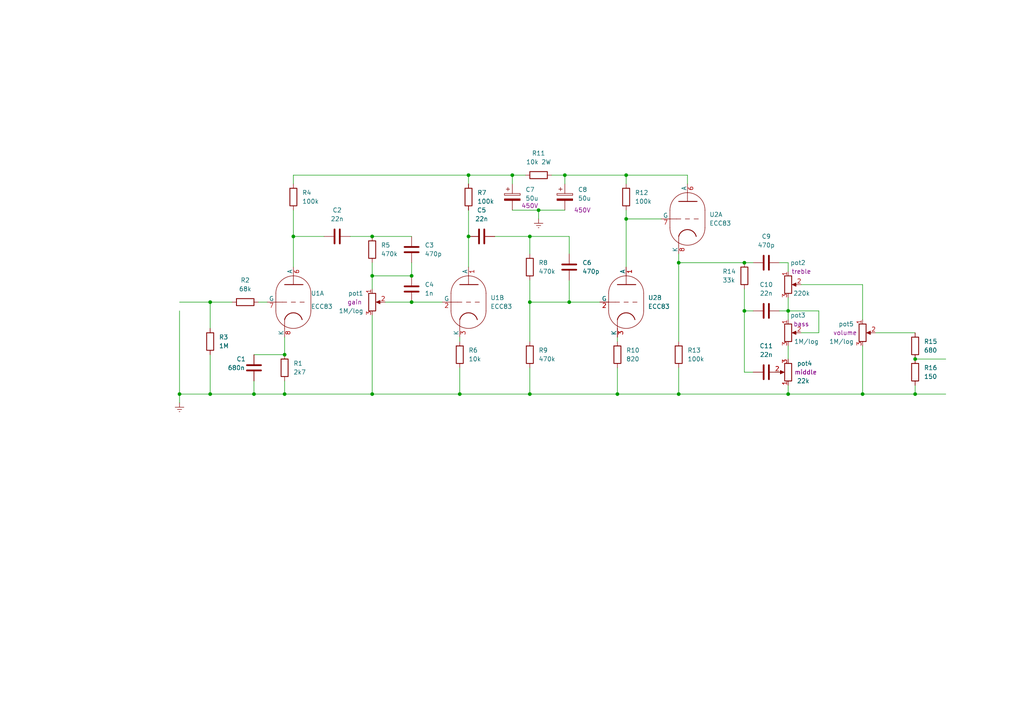
<source format=kicad_sch>
(kicad_sch (version 20230121) (generator eeschema)

  (uuid 21027d01-fb20-4a14-a080-b749e1033794)

  (paper "A4")

  (lib_symbols
    (symbol "Device:C" (pin_numbers hide) (pin_names (offset 0.254)) (in_bom yes) (on_board yes)
      (property "Reference" "C" (at 0.635 2.54 0)
        (effects (font (size 1.27 1.27)) (justify left))
      )
      (property "Value" "C" (at 0.635 -2.54 0)
        (effects (font (size 1.27 1.27)) (justify left))
      )
      (property "Footprint" "" (at 0.9652 -3.81 0)
        (effects (font (size 1.27 1.27)) hide)
      )
      (property "Datasheet" "~" (at 0 0 0)
        (effects (font (size 1.27 1.27)) hide)
      )
      (property "ki_keywords" "cap capacitor" (at 0 0 0)
        (effects (font (size 1.27 1.27)) hide)
      )
      (property "ki_description" "Unpolarized capacitor" (at 0 0 0)
        (effects (font (size 1.27 1.27)) hide)
      )
      (property "ki_fp_filters" "C_*" (at 0 0 0)
        (effects (font (size 1.27 1.27)) hide)
      )
      (symbol "C_0_1"
        (polyline
          (pts
            (xy -2.032 -0.762)
            (xy 2.032 -0.762)
          )
          (stroke (width 0.508) (type default))
          (fill (type none))
        )
        (polyline
          (pts
            (xy -2.032 0.762)
            (xy 2.032 0.762)
          )
          (stroke (width 0.508) (type default))
          (fill (type none))
        )
      )
      (symbol "C_1_1"
        (pin passive line (at 0 3.81 270) (length 2.794)
          (name "~" (effects (font (size 1.27 1.27))))
          (number "1" (effects (font (size 1.27 1.27))))
        )
        (pin passive line (at 0 -3.81 90) (length 2.794)
          (name "~" (effects (font (size 1.27 1.27))))
          (number "2" (effects (font (size 1.27 1.27))))
        )
      )
    )
    (symbol "Device:C_Polarized" (pin_numbers hide) (pin_names (offset 0.254)) (in_bom yes) (on_board yes)
      (property "Reference" "C" (at 0.635 2.54 0)
        (effects (font (size 1.27 1.27)) (justify left))
      )
      (property "Value" "C_Polarized" (at 0.635 -2.54 0)
        (effects (font (size 1.27 1.27)) (justify left))
      )
      (property "Footprint" "" (at 0.9652 -3.81 0)
        (effects (font (size 1.27 1.27)) hide)
      )
      (property "Datasheet" "~" (at 0 0 0)
        (effects (font (size 1.27 1.27)) hide)
      )
      (property "ki_keywords" "cap capacitor" (at 0 0 0)
        (effects (font (size 1.27 1.27)) hide)
      )
      (property "ki_description" "Polarized capacitor" (at 0 0 0)
        (effects (font (size 1.27 1.27)) hide)
      )
      (property "ki_fp_filters" "CP_*" (at 0 0 0)
        (effects (font (size 1.27 1.27)) hide)
      )
      (symbol "C_Polarized_0_1"
        (rectangle (start -2.286 0.508) (end 2.286 1.016)
          (stroke (width 0) (type default))
          (fill (type none))
        )
        (polyline
          (pts
            (xy -1.778 2.286)
            (xy -0.762 2.286)
          )
          (stroke (width 0) (type default))
          (fill (type none))
        )
        (polyline
          (pts
            (xy -1.27 2.794)
            (xy -1.27 1.778)
          )
          (stroke (width 0) (type default))
          (fill (type none))
        )
        (rectangle (start 2.286 -0.508) (end -2.286 -1.016)
          (stroke (width 0) (type default))
          (fill (type outline))
        )
      )
      (symbol "C_Polarized_1_1"
        (pin passive line (at 0 3.81 270) (length 2.794)
          (name "~" (effects (font (size 1.27 1.27))))
          (number "1" (effects (font (size 1.27 1.27))))
        )
        (pin passive line (at 0 -3.81 90) (length 2.794)
          (name "~" (effects (font (size 1.27 1.27))))
          (number "2" (effects (font (size 1.27 1.27))))
        )
      )
    )
    (symbol "Device:R" (pin_numbers hide) (pin_names (offset 0)) (in_bom yes) (on_board yes)
      (property "Reference" "R" (at 2.032 0 90)
        (effects (font (size 1.27 1.27)))
      )
      (property "Value" "R" (at 0 0 90)
        (effects (font (size 1.27 1.27)))
      )
      (property "Footprint" "" (at -1.778 0 90)
        (effects (font (size 1.27 1.27)) hide)
      )
      (property "Datasheet" "~" (at 0 0 0)
        (effects (font (size 1.27 1.27)) hide)
      )
      (property "ki_keywords" "R res resistor" (at 0 0 0)
        (effects (font (size 1.27 1.27)) hide)
      )
      (property "ki_description" "Resistor" (at 0 0 0)
        (effects (font (size 1.27 1.27)) hide)
      )
      (property "ki_fp_filters" "R_*" (at 0 0 0)
        (effects (font (size 1.27 1.27)) hide)
      )
      (symbol "R_0_1"
        (rectangle (start -1.016 -2.54) (end 1.016 2.54)
          (stroke (width 0.254) (type default))
          (fill (type none))
        )
      )
      (symbol "R_1_1"
        (pin passive line (at 0 3.81 270) (length 1.27)
          (name "~" (effects (font (size 1.27 1.27))))
          (number "1" (effects (font (size 1.27 1.27))))
        )
        (pin passive line (at 0 -3.81 90) (length 1.27)
          (name "~" (effects (font (size 1.27 1.27))))
          (number "2" (effects (font (size 1.27 1.27))))
        )
      )
    )
    (symbol "Device:R_Potentiometer" (pin_names (offset 1.016) hide) (in_bom yes) (on_board yes)
      (property "Reference" "RV" (at -4.445 0 90)
        (effects (font (size 1.27 1.27)))
      )
      (property "Value" "R_Potentiometer" (at -2.54 0 90)
        (effects (font (size 1.27 1.27)))
      )
      (property "Footprint" "" (at 0 0 0)
        (effects (font (size 1.27 1.27)) hide)
      )
      (property "Datasheet" "~" (at 0 0 0)
        (effects (font (size 1.27 1.27)) hide)
      )
      (property "ki_keywords" "resistor variable" (at 0 0 0)
        (effects (font (size 1.27 1.27)) hide)
      )
      (property "ki_description" "Potentiometer" (at 0 0 0)
        (effects (font (size 1.27 1.27)) hide)
      )
      (property "ki_fp_filters" "Potentiometer*" (at 0 0 0)
        (effects (font (size 1.27 1.27)) hide)
      )
      (symbol "R_Potentiometer_0_1"
        (polyline
          (pts
            (xy 2.54 0)
            (xy 1.524 0)
          )
          (stroke (width 0) (type default))
          (fill (type none))
        )
        (polyline
          (pts
            (xy 1.143 0)
            (xy 2.286 0.508)
            (xy 2.286 -0.508)
            (xy 1.143 0)
          )
          (stroke (width 0) (type default))
          (fill (type outline))
        )
        (rectangle (start 1.016 2.54) (end -1.016 -2.54)
          (stroke (width 0.254) (type default))
          (fill (type none))
        )
      )
      (symbol "R_Potentiometer_1_1"
        (pin passive line (at 0 3.81 270) (length 1.27)
          (name "1" (effects (font (size 1.27 1.27))))
          (number "1" (effects (font (size 1.27 1.27))))
        )
        (pin passive line (at 3.81 0 180) (length 1.27)
          (name "2" (effects (font (size 1.27 1.27))))
          (number "2" (effects (font (size 1.27 1.27))))
        )
        (pin passive line (at 0 -3.81 90) (length 1.27)
          (name "3" (effects (font (size 1.27 1.27))))
          (number "3" (effects (font (size 1.27 1.27))))
        )
      )
    )
    (symbol "Valve:ECC83" (pin_names (offset 0)) (in_bom yes) (on_board yes)
      (property "Reference" "U" (at 3.302 7.874 0)
        (effects (font (size 1.27 1.27)))
      )
      (property "Value" "ECC83" (at 8.89 -7.62 0)
        (effects (font (size 1.27 1.27)))
      )
      (property "Footprint" "Valve:Valve_Noval_P" (at 6.858 -10.16 0)
        (effects (font (size 1.27 1.27)) hide)
      )
      (property "Datasheet" "http://www.r-type.org/pdfs/ecc83.pdf" (at 0 0 0)
        (effects (font (size 1.27 1.27)) hide)
      )
      (property "ki_locked" "" (at 0 0 0)
        (effects (font (size 1.27 1.27)))
      )
      (property "ki_keywords" "triode valve" (at 0 0 0)
        (effects (font (size 1.27 1.27)) hide)
      )
      (property "ki_description" "double triode" (at 0 0 0)
        (effects (font (size 1.27 1.27)) hide)
      )
      (property "ki_fp_filters" "VALVE*NOVAL*P*" (at 0 0 0)
        (effects (font (size 1.27 1.27)) hide)
      )
      (symbol "ECC83_0_1"
        (arc (start -5.08 -2.54) (mid 0 -7.5979) (end 5.08 -2.54)
          (stroke (width 0) (type default))
          (fill (type none))
        )
        (polyline
          (pts
            (xy 5.08 2.54)
            (xy 5.08 -2.54)
          )
          (stroke (width 0) (type default))
          (fill (type none))
        )
        (polyline
          (pts
            (xy -5.08 2.54)
            (xy -5.08 -2.54)
            (xy -5.08 -2.54)
          )
          (stroke (width 0) (type default))
          (fill (type none))
        )
        (arc (start 5.08 2.54) (mid 0 7.5979) (end -5.08 2.54)
          (stroke (width 0) (type default))
          (fill (type none))
        )
      )
      (symbol "ECC83_1_0"
        (polyline
          (pts
            (xy -2.54 -5.08)
            (xy -2.54 -7.62)
          )
          (stroke (width 0) (type default))
          (fill (type none))
        )
        (polyline
          (pts
            (xy 0 5.08)
            (xy 0 7.62)
          )
          (stroke (width 0) (type default))
          (fill (type none))
        )
      )
      (symbol "ECC83_1_1"
        (polyline
          (pts
            (xy -5.08 0)
            (xy -3.175 0)
          )
          (stroke (width 0) (type default))
          (fill (type none))
        )
        (polyline
          (pts
            (xy -1.905 0)
            (xy -3.175 0)
          )
          (stroke (width 0.1524) (type default))
          (fill (type none))
        )
        (polyline
          (pts
            (xy -0.635 0)
            (xy 0.635 0)
          )
          (stroke (width 0.1524) (type default))
          (fill (type none))
        )
        (polyline
          (pts
            (xy 1.905 0)
            (xy 3.175 0)
          )
          (stroke (width 0.1524) (type default))
          (fill (type none))
        )
        (polyline
          (pts
            (xy -2.54 5.08)
            (xy 2.794 5.08)
            (xy 2.794 5.08)
          )
          (stroke (width 0.254) (type default))
          (fill (type none))
        )
        (arc (start 2.54 -5.08) (mid 0 -3.0968) (end -2.54 -5.08)
          (stroke (width 0.254) (type default))
          (fill (type none))
        )
        (pin output line (at 0 10.16 270) (length 2.54)
          (name "A" (effects (font (size 1.27 1.27))))
          (number "6" (effects (font (size 1.27 1.27))))
        )
        (pin input line (at -7.62 0 0) (length 2.54)
          (name "G" (effects (font (size 1.27 1.27))))
          (number "7" (effects (font (size 1.27 1.27))))
        )
        (pin bidirectional line (at -2.54 -10.16 90) (length 2.54)
          (name "K" (effects (font (size 1.27 1.27))))
          (number "8" (effects (font (size 1.27 1.27))))
        )
      )
      (symbol "ECC83_2_0"
        (polyline
          (pts
            (xy -2.54 -5.08)
            (xy -2.54 -7.62)
          )
          (stroke (width 0) (type default))
          (fill (type none))
        )
        (polyline
          (pts
            (xy 0 5.08)
            (xy 0 7.62)
          )
          (stroke (width 0) (type default))
          (fill (type none))
        )
      )
      (symbol "ECC83_2_1"
        (polyline
          (pts
            (xy -5.08 0)
            (xy -3.175 0)
          )
          (stroke (width 0) (type default))
          (fill (type none))
        )
        (polyline
          (pts
            (xy -1.905 0)
            (xy -3.175 0)
          )
          (stroke (width 0.1524) (type default))
          (fill (type none))
        )
        (polyline
          (pts
            (xy -0.635 0)
            (xy 0.635 0)
          )
          (stroke (width 0.1524) (type default))
          (fill (type none))
        )
        (polyline
          (pts
            (xy 1.905 0)
            (xy 3.175 0)
          )
          (stroke (width 0.1524) (type default))
          (fill (type none))
        )
        (polyline
          (pts
            (xy -2.54 5.08)
            (xy 2.794 5.08)
            (xy 2.794 5.08)
          )
          (stroke (width 0.254) (type default))
          (fill (type none))
        )
        (arc (start 2.54 -5.08) (mid 0 -3.0968) (end -2.54 -5.08)
          (stroke (width 0.254) (type default))
          (fill (type none))
        )
        (pin output line (at 0 10.16 270) (length 2.54)
          (name "A" (effects (font (size 1.27 1.27))))
          (number "1" (effects (font (size 1.27 1.27))))
        )
        (pin input line (at -7.62 0 0) (length 2.54)
          (name "G" (effects (font (size 1.27 1.27))))
          (number "2" (effects (font (size 1.27 1.27))))
        )
        (pin bidirectional line (at -2.54 -10.16 90) (length 2.54)
          (name "K" (effects (font (size 1.27 1.27))))
          (number "3" (effects (font (size 1.27 1.27))))
        )
      )
      (symbol "ECC83_3_1"
        (arc (start 0 -6.35) (mid -1.27 -5.5651) (end -2.54 -6.35)
          (stroke (width 0) (type default))
          (fill (type none))
        )
        (arc (start 2.54 -6.35) (mid 1.27 -5.5651) (end 0 -6.35)
          (stroke (width 0) (type default))
          (fill (type none))
        )
        (pin power_in line (at -2.54 -11.43 90) (length 5.08)
          (name "F1" (effects (font (size 1.27 1.27))))
          (number "4" (effects (font (size 1.27 1.27))))
        )
        (pin power_in line (at 2.54 -11.43 90) (length 5.08)
          (name "F1" (effects (font (size 1.27 1.27))))
          (number "5" (effects (font (size 1.27 1.27))))
        )
        (pin power_in line (at 0 -11.43 90) (length 5.08)
          (name "F2" (effects (font (size 1.27 1.27))))
          (number "9" (effects (font (size 1.27 1.27))))
        )
      )
    )
    (symbol "power:Earth" (power) (pin_names (offset 0)) (in_bom yes) (on_board yes)
      (property "Reference" "#PWR" (at 0 -6.35 0)
        (effects (font (size 1.27 1.27)) hide)
      )
      (property "Value" "Earth" (at 0 -3.81 0)
        (effects (font (size 1.27 1.27)) hide)
      )
      (property "Footprint" "" (at 0 0 0)
        (effects (font (size 1.27 1.27)) hide)
      )
      (property "Datasheet" "~" (at 0 0 0)
        (effects (font (size 1.27 1.27)) hide)
      )
      (property "ki_keywords" "global ground gnd" (at 0 0 0)
        (effects (font (size 1.27 1.27)) hide)
      )
      (property "ki_description" "Power symbol creates a global label with name \"Earth\"" (at 0 0 0)
        (effects (font (size 1.27 1.27)) hide)
      )
      (symbol "Earth_0_1"
        (polyline
          (pts
            (xy -0.635 -1.905)
            (xy 0.635 -1.905)
          )
          (stroke (width 0) (type default))
          (fill (type none))
        )
        (polyline
          (pts
            (xy -0.127 -2.54)
            (xy 0.127 -2.54)
          )
          (stroke (width 0) (type default))
          (fill (type none))
        )
        (polyline
          (pts
            (xy 0 -1.27)
            (xy 0 0)
          )
          (stroke (width 0) (type default))
          (fill (type none))
        )
        (polyline
          (pts
            (xy 1.27 -1.27)
            (xy -1.27 -1.27)
          )
          (stroke (width 0) (type default))
          (fill (type none))
        )
      )
      (symbol "Earth_1_1"
        (pin power_in line (at 0 0 270) (length 0) hide
          (name "Earth" (effects (font (size 1.27 1.27))))
          (number "1" (effects (font (size 1.27 1.27))))
        )
      )
    )
  )

  (junction (at 228.6 90.17) (diameter 0) (color 0 0 0 0)
    (uuid 1404e308-e1e2-4976-bba4-b37c2943dbf6)
  )
  (junction (at 153.67 87.63) (diameter 0) (color 0 0 0 0)
    (uuid 158b2677-c579-4871-94d7-2ba1345c008a)
  )
  (junction (at 153.67 68.58) (diameter 0) (color 0 0 0 0)
    (uuid 16403417-b479-43db-802f-85640a6d3e88)
  )
  (junction (at 179.07 114.3) (diameter 0) (color 0 0 0 0)
    (uuid 21ae7ebd-68af-4466-a8f3-6491dc1d41b0)
  )
  (junction (at 60.96 114.3) (diameter 0) (color 0 0 0 0)
    (uuid 47973d59-aa0b-4fd2-a0de-ca29277c66f6)
  )
  (junction (at 133.35 114.3) (diameter 0) (color 0 0 0 0)
    (uuid 47b254da-ef59-4236-a71a-71a10799f9c8)
  )
  (junction (at 196.85 114.3) (diameter 0) (color 0 0 0 0)
    (uuid 4f6ffcee-f050-4463-9ed3-393a3f268d1b)
  )
  (junction (at 156.21 60.96) (diameter 0) (color 0 0 0 0)
    (uuid 596a01b9-2b4c-4e60-884e-f36b665b7510)
  )
  (junction (at 52.07 114.3) (diameter 0) (color 0 0 0 0)
    (uuid 5f487f5b-55c1-4499-8982-828a1d801a07)
  )
  (junction (at 215.9 90.17) (diameter 0) (color 0 0 0 0)
    (uuid 65353ee4-084f-4c16-afb0-bbd846a7cc32)
  )
  (junction (at 165.1 87.63) (diameter 0) (color 0 0 0 0)
    (uuid 6d0d6edc-bf18-4924-adfd-14e4fbf9b511)
  )
  (junction (at 82.55 102.87) (diameter 0) (color 0 0 0 0)
    (uuid 6e2ab21e-8343-4f43-b2a6-7ee10ce1891e)
  )
  (junction (at 228.6 114.3) (diameter 0) (color 0 0 0 0)
    (uuid 6f80226c-56e6-4126-aae1-5c848c020151)
  )
  (junction (at 250.19 114.3) (diameter 0) (color 0 0 0 0)
    (uuid 7e8d9dcf-351f-4742-829a-874f12e72528)
  )
  (junction (at 181.61 63.5) (diameter 0) (color 0 0 0 0)
    (uuid 86d7457c-f3f0-4ba1-9c24-4fbfb3bfa191)
  )
  (junction (at 119.38 80.01) (diameter 0) (color 0 0 0 0)
    (uuid 95e0ffe2-0442-44c1-8ec6-4bda20d6e7e9)
  )
  (junction (at 60.96 87.63) (diameter 0) (color 0 0 0 0)
    (uuid 9db88abc-8848-41d4-877d-b7c6e3a3bee1)
  )
  (junction (at 73.66 114.3) (diameter 0) (color 0 0 0 0)
    (uuid b1fd2042-a336-4e05-90ea-2b9249b4fabb)
  )
  (junction (at 107.95 80.01) (diameter 0) (color 0 0 0 0)
    (uuid b3a6bfcd-051c-4884-ac80-36124a1301a0)
  )
  (junction (at 85.09 68.58) (diameter 0) (color 0 0 0 0)
    (uuid b758f0ac-6ba5-408e-9e11-5f943acc41ce)
  )
  (junction (at 107.95 68.58) (diameter 0) (color 0 0 0 0)
    (uuid b82cb2c1-35cb-42ba-aff7-f8ef2786e6d0)
  )
  (junction (at 135.89 50.8) (diameter 0) (color 0 0 0 0)
    (uuid c82e41c0-bf6a-4c0b-b95d-c41b9dfe5d84)
  )
  (junction (at 119.38 87.63) (diameter 0) (color 0 0 0 0)
    (uuid c9d527a6-e25c-4b44-8174-1affbcbfe5e9)
  )
  (junction (at 135.89 68.58) (diameter 0) (color 0 0 0 0)
    (uuid d07ef6e8-fa5e-46a7-8d65-4344f3183bfa)
  )
  (junction (at 153.67 114.3) (diameter 0) (color 0 0 0 0)
    (uuid d0a53d3d-08e8-49e4-913b-9e03ec0f83b0)
  )
  (junction (at 265.43 104.14) (diameter 0) (color 0 0 0 0)
    (uuid d37235b0-96d0-4763-bf05-46214fc298e7)
  )
  (junction (at 163.83 50.8) (diameter 0) (color 0 0 0 0)
    (uuid eb570289-80ae-429a-8c6c-9afb887bcf8f)
  )
  (junction (at 265.43 114.3) (diameter 0) (color 0 0 0 0)
    (uuid efd81429-f39d-4765-8d81-c04e6594b405)
  )
  (junction (at 196.85 76.2) (diameter 0) (color 0 0 0 0)
    (uuid f21b4b71-e1ed-4f3b-ae0c-a345b92a1336)
  )
  (junction (at 148.59 50.8) (diameter 0) (color 0 0 0 0)
    (uuid f7fbcb86-c9f5-4d94-a164-ccff677639f6)
  )
  (junction (at 107.95 114.3) (diameter 0) (color 0 0 0 0)
    (uuid f87957a7-5a3d-4fbb-83cd-168ecd575360)
  )
  (junction (at 82.55 114.3) (diameter 0) (color 0 0 0 0)
    (uuid f968cba4-9625-4e19-9e71-ef60ffb1f0f8)
  )
  (junction (at 181.61 50.8) (diameter 0) (color 0 0 0 0)
    (uuid fa0f01f8-f85b-46b5-9ff9-125a9820bfe9)
  )
  (junction (at 215.9 76.2) (diameter 0) (color 0 0 0 0)
    (uuid fadc9f7a-5548-44fa-857a-730160264114)
  )

  (wire (pts (xy 181.61 60.96) (xy 181.61 63.5))
    (stroke (width 0) (type default))
    (uuid 02f46b3a-c903-43c7-baf0-eb4f2caf1da6)
  )
  (wire (pts (xy 250.19 82.55) (xy 250.19 92.71))
    (stroke (width 0) (type default))
    (uuid 04d29c71-44c1-4511-836f-a5c06451484d)
  )
  (wire (pts (xy 85.09 68.58) (xy 93.98 68.58))
    (stroke (width 0) (type default))
    (uuid 0791be4e-62b7-4ad3-b0be-e753805499bc)
  )
  (wire (pts (xy 148.59 50.8) (xy 152.4 50.8))
    (stroke (width 0) (type default))
    (uuid 0d54607b-2531-4aa3-9be5-ac622a5fcc34)
  )
  (wire (pts (xy 215.9 107.95) (xy 218.44 107.95))
    (stroke (width 0) (type default))
    (uuid 0eb754e9-ceb9-4e1f-8900-51a340ed6420)
  )
  (wire (pts (xy 228.6 76.2) (xy 226.06 76.2))
    (stroke (width 0) (type default))
    (uuid 0febc62f-1b76-4ad6-bda8-1217e47efd54)
  )
  (wire (pts (xy 82.55 114.3) (xy 107.95 114.3))
    (stroke (width 0) (type default))
    (uuid 107ceb10-299e-4d36-a610-c0550cfe911c)
  )
  (wire (pts (xy 73.66 110.49) (xy 73.66 114.3))
    (stroke (width 0) (type default))
    (uuid 14d3ef30-80a8-4a58-b347-16122c1f0acd)
  )
  (wire (pts (xy 196.85 76.2) (xy 196.85 99.06))
    (stroke (width 0) (type default))
    (uuid 16f4f03b-0b7b-4577-936f-ac2d720f1409)
  )
  (wire (pts (xy 135.89 50.8) (xy 148.59 50.8))
    (stroke (width 0) (type default))
    (uuid 178030b6-ab76-45e3-a7e2-0d95bd029f8e)
  )
  (wire (pts (xy 101.6 68.58) (xy 107.95 68.58))
    (stroke (width 0) (type default))
    (uuid 186cfb87-6190-4f60-b553-22e490ef3084)
  )
  (wire (pts (xy 82.55 97.79) (xy 82.55 102.87))
    (stroke (width 0) (type default))
    (uuid 190b88a7-e486-408d-ba3c-455daf85dd97)
  )
  (wire (pts (xy 165.1 87.63) (xy 173.99 87.63))
    (stroke (width 0) (type default))
    (uuid 1c195b35-9eea-4aba-bd92-7c80d2450adb)
  )
  (wire (pts (xy 196.85 73.66) (xy 196.85 76.2))
    (stroke (width 0) (type default))
    (uuid 22784288-068c-4929-bcc1-e7b312ff2243)
  )
  (wire (pts (xy 60.96 114.3) (xy 73.66 114.3))
    (stroke (width 0) (type default))
    (uuid 253c8c87-2dd1-4e4b-8e59-58d36672b45c)
  )
  (wire (pts (xy 196.85 114.3) (xy 228.6 114.3))
    (stroke (width 0) (type default))
    (uuid 29f22437-2f65-4838-9658-6558115f4c85)
  )
  (wire (pts (xy 181.61 50.8) (xy 163.83 50.8))
    (stroke (width 0) (type default))
    (uuid 2c2b232e-1681-477c-8395-62ed10718e3a)
  )
  (wire (pts (xy 107.95 114.3) (xy 133.35 114.3))
    (stroke (width 0) (type default))
    (uuid 2c2da4c0-cd6f-4adc-a7fc-66f80c477440)
  )
  (wire (pts (xy 181.61 63.5) (xy 191.77 63.5))
    (stroke (width 0) (type default))
    (uuid 2ce26761-0193-46f3-ae84-38c5fa286f8f)
  )
  (wire (pts (xy 196.85 106.68) (xy 196.85 114.3))
    (stroke (width 0) (type default))
    (uuid 2d79b6b1-d609-4113-b06a-ac5a3e02e097)
  )
  (wire (pts (xy 153.67 87.63) (xy 165.1 87.63))
    (stroke (width 0) (type default))
    (uuid 2e163e4d-59fa-4385-a0d4-106c8742b1f3)
  )
  (wire (pts (xy 215.9 90.17) (xy 218.44 90.17))
    (stroke (width 0) (type default))
    (uuid 3000fed1-dd2a-41a4-809b-6be8aa1acd04)
  )
  (wire (pts (xy 52.07 114.3) (xy 60.96 114.3))
    (stroke (width 0) (type default))
    (uuid 38fb9c41-ff28-473f-abd3-81ebf4849ae1)
  )
  (wire (pts (xy 237.49 90.17) (xy 228.6 90.17))
    (stroke (width 0) (type default))
    (uuid 3afdb3d3-8d20-4a6b-b912-54724e846635)
  )
  (wire (pts (xy 111.76 87.63) (xy 119.38 87.63))
    (stroke (width 0) (type default))
    (uuid 3d64e718-2986-4935-a097-f58b78c9fe51)
  )
  (wire (pts (xy 148.59 50.8) (xy 148.59 53.34))
    (stroke (width 0) (type default))
    (uuid 3fcd009c-e981-4781-873d-b1235c8a7519)
  )
  (wire (pts (xy 228.6 90.17) (xy 228.6 92.71))
    (stroke (width 0) (type default))
    (uuid 413fc35a-e6bf-450b-8550-95c9ec323ca7)
  )
  (wire (pts (xy 250.19 100.33) (xy 250.19 114.3))
    (stroke (width 0) (type default))
    (uuid 41c6272c-fcb0-46c8-a5e9-969b1f399145)
  )
  (wire (pts (xy 153.67 87.63) (xy 153.67 99.06))
    (stroke (width 0) (type default))
    (uuid 44265a26-b391-4315-abb9-5caeda3724e0)
  )
  (wire (pts (xy 60.96 95.25) (xy 60.96 87.63))
    (stroke (width 0) (type default))
    (uuid 46f7cc46-a7bc-4f9d-8942-dbbed4f6db90)
  )
  (wire (pts (xy 215.9 83.82) (xy 215.9 90.17))
    (stroke (width 0) (type default))
    (uuid 4756b1a6-4933-4408-b8ce-f935ffd9947e)
  )
  (wire (pts (xy 228.6 86.36) (xy 228.6 90.17))
    (stroke (width 0) (type default))
    (uuid 47ac426a-fc0c-4099-9e6c-5d36abfdd1e2)
  )
  (wire (pts (xy 228.6 76.2) (xy 228.6 78.74))
    (stroke (width 0) (type default))
    (uuid 4d4984ed-e8d9-4509-aae0-db150ed4e864)
  )
  (wire (pts (xy 156.21 60.96) (xy 163.83 60.96))
    (stroke (width 0) (type default))
    (uuid 4dce24f9-15a2-4b1a-80eb-dd68334853d2)
  )
  (wire (pts (xy 148.59 60.96) (xy 156.21 60.96))
    (stroke (width 0) (type default))
    (uuid 4ec3b55b-ea66-4595-aecd-202949856971)
  )
  (wire (pts (xy 196.85 76.2) (xy 215.9 76.2))
    (stroke (width 0) (type default))
    (uuid 4f118b6e-661b-4623-924b-69a96a30964c)
  )
  (wire (pts (xy 165.1 68.58) (xy 153.67 68.58))
    (stroke (width 0) (type default))
    (uuid 58cdd843-6649-411e-8a67-f1cb00ab17be)
  )
  (wire (pts (xy 60.96 87.63) (xy 67.31 87.63))
    (stroke (width 0) (type default))
    (uuid 59b698b5-99dc-4b15-93c3-83e45edaa4c0)
  )
  (wire (pts (xy 153.67 114.3) (xy 179.07 114.3))
    (stroke (width 0) (type default))
    (uuid 5af24fa2-a3a5-41b7-b712-c19c74b60575)
  )
  (wire (pts (xy 254 96.52) (xy 265.43 96.52))
    (stroke (width 0) (type default))
    (uuid 5cfe02d9-dbed-434c-a782-41f373546007)
  )
  (wire (pts (xy 85.09 68.58) (xy 85.09 77.47))
    (stroke (width 0) (type default))
    (uuid 5f22c6bb-60bb-4a1e-a454-8585fc046b77)
  )
  (wire (pts (xy 52.07 87.63) (xy 60.96 87.63))
    (stroke (width 0) (type default))
    (uuid 61a5da70-afaa-427f-b8f4-f3d9466dd81f)
  )
  (wire (pts (xy 224.79 107.95) (xy 226.06 107.95))
    (stroke (width 0) (type default))
    (uuid 665ab862-bc74-407c-a0f9-b5062c5258d0)
  )
  (wire (pts (xy 179.07 106.68) (xy 179.07 114.3))
    (stroke (width 0) (type default))
    (uuid 6796cd9b-cc8f-4f81-9a89-8e8e8b417845)
  )
  (wire (pts (xy 85.09 50.8) (xy 85.09 53.34))
    (stroke (width 0) (type default))
    (uuid 68c0f913-c95e-4f39-bc07-8154b0ad342d)
  )
  (wire (pts (xy 163.83 50.8) (xy 163.83 53.34))
    (stroke (width 0) (type default))
    (uuid 6906b137-321e-4def-9707-aff19ee591bf)
  )
  (wire (pts (xy 82.55 110.49) (xy 82.55 114.3))
    (stroke (width 0) (type default))
    (uuid 6d98eba8-d8ca-4135-ba0f-59c7ce5f589c)
  )
  (wire (pts (xy 199.39 50.8) (xy 199.39 53.34))
    (stroke (width 0) (type default))
    (uuid 6e35c982-c9dd-443b-8d00-1ddbf7400f40)
  )
  (wire (pts (xy 153.67 81.28) (xy 153.67 87.63))
    (stroke (width 0) (type default))
    (uuid 6eb4225e-ed3d-4a22-ab95-9b249290411b)
  )
  (wire (pts (xy 153.67 106.68) (xy 153.67 114.3))
    (stroke (width 0) (type default))
    (uuid 714dfcc1-a563-4301-aa6b-7c0648f4efca)
  )
  (wire (pts (xy 135.89 68.58) (xy 135.89 77.47))
    (stroke (width 0) (type default))
    (uuid 72411827-4b2e-4915-97a8-5e4142f53ac6)
  )
  (wire (pts (xy 215.9 90.17) (xy 215.9 107.95))
    (stroke (width 0) (type default))
    (uuid 72d7ecdc-7275-41e7-bcd9-3eaca15cf4e7)
  )
  (wire (pts (xy 265.43 111.76) (xy 265.43 114.3))
    (stroke (width 0) (type default))
    (uuid 74040c29-2b37-485b-a66b-24245453fee7)
  )
  (wire (pts (xy 181.61 50.8) (xy 199.39 50.8))
    (stroke (width 0) (type default))
    (uuid 75b9d6d0-b2b7-4e74-bde0-2d8d9f611e14)
  )
  (wire (pts (xy 153.67 73.66) (xy 153.67 68.58))
    (stroke (width 0) (type default))
    (uuid 7784d118-cb5a-472c-bc21-461a5597d4bb)
  )
  (wire (pts (xy 107.95 76.2) (xy 107.95 80.01))
    (stroke (width 0) (type default))
    (uuid 79252207-ba88-46c6-a694-cf58c13499a0)
  )
  (wire (pts (xy 265.43 104.14) (xy 274.32 104.14))
    (stroke (width 0) (type default))
    (uuid 7d098fba-d34c-49ad-81f1-8df4431a5783)
  )
  (wire (pts (xy 135.89 60.96) (xy 135.89 68.58))
    (stroke (width 0) (type default))
    (uuid 7e31e052-0e43-448a-bb02-7a81bcbfe37e)
  )
  (wire (pts (xy 73.66 102.87) (xy 82.55 102.87))
    (stroke (width 0) (type default))
    (uuid 87888873-0add-4062-b938-f8e94ac0eab3)
  )
  (wire (pts (xy 143.51 68.58) (xy 153.67 68.58))
    (stroke (width 0) (type default))
    (uuid 88999450-c155-4ef6-b269-5a2fc5210a9b)
  )
  (wire (pts (xy 133.35 106.68) (xy 133.35 114.3))
    (stroke (width 0) (type default))
    (uuid 8c279642-46b0-466c-957c-66e7edf18528)
  )
  (wire (pts (xy 226.06 90.17) (xy 228.6 90.17))
    (stroke (width 0) (type default))
    (uuid 8c95ed3f-7efa-472f-b48d-afe4cbcae25c)
  )
  (wire (pts (xy 119.38 76.2) (xy 119.38 80.01))
    (stroke (width 0) (type default))
    (uuid 944d9899-ad02-4600-9fc5-5db9b08eef5a)
  )
  (wire (pts (xy 265.43 114.3) (xy 250.19 114.3))
    (stroke (width 0) (type default))
    (uuid 95783bd7-5790-40e8-9cd9-65b56e5c3906)
  )
  (wire (pts (xy 107.95 80.01) (xy 119.38 80.01))
    (stroke (width 0) (type default))
    (uuid 9677c64a-c9ea-4661-ad68-2e7f9da38bb4)
  )
  (wire (pts (xy 107.95 83.82) (xy 107.95 80.01))
    (stroke (width 0) (type default))
    (uuid 9e0887b6-b0a0-4b09-a691-ed8388257c8d)
  )
  (wire (pts (xy 265.43 114.3) (xy 274.32 114.3))
    (stroke (width 0) (type default))
    (uuid 9e48aaa8-e3d4-4179-83e0-a8fb0666bc1e)
  )
  (wire (pts (xy 228.6 111.76) (xy 228.6 114.3))
    (stroke (width 0) (type default))
    (uuid a50d18c7-e535-4452-86d9-d4b595f18aa3)
  )
  (wire (pts (xy 107.95 91.44) (xy 107.95 114.3))
    (stroke (width 0) (type default))
    (uuid ae2db013-6cd6-429d-a567-ec4f25f7a87c)
  )
  (wire (pts (xy 133.35 114.3) (xy 153.67 114.3))
    (stroke (width 0) (type default))
    (uuid b3af5dfd-8b4c-44c0-820a-1433b86256a5)
  )
  (wire (pts (xy 119.38 87.63) (xy 128.27 87.63))
    (stroke (width 0) (type default))
    (uuid b59ae07f-3af7-4269-8d35-fb06bbe71b31)
  )
  (wire (pts (xy 181.61 63.5) (xy 181.61 77.47))
    (stroke (width 0) (type default))
    (uuid b675687d-7a44-45a1-9bf0-4a785f4c038e)
  )
  (wire (pts (xy 133.35 97.79) (xy 133.35 99.06))
    (stroke (width 0) (type default))
    (uuid b908f622-4aec-4875-808e-f378da04fedc)
  )
  (wire (pts (xy 232.41 96.52) (xy 237.49 96.52))
    (stroke (width 0) (type default))
    (uuid bc3e84e8-64ed-44c3-a4d8-0d5c2b076c8f)
  )
  (wire (pts (xy 74.93 87.63) (xy 77.47 87.63))
    (stroke (width 0) (type default))
    (uuid bc7bcec3-2793-4c15-add7-495ee721eb8f)
  )
  (wire (pts (xy 156.21 60.96) (xy 156.21 63.5))
    (stroke (width 0) (type default))
    (uuid c7dbf32d-cb94-4d94-b1cb-3ddcd0e42375)
  )
  (wire (pts (xy 228.6 114.3) (xy 250.19 114.3))
    (stroke (width 0) (type default))
    (uuid c8b89f41-628b-4a33-96d5-ca4a3600a733)
  )
  (wire (pts (xy 85.09 50.8) (xy 135.89 50.8))
    (stroke (width 0) (type default))
    (uuid c99b0f2d-166c-4ef5-931c-ba3975457f2f)
  )
  (wire (pts (xy 60.96 102.87) (xy 60.96 114.3))
    (stroke (width 0) (type default))
    (uuid d484bcb5-3340-4337-9399-b4dfc60c64a4)
  )
  (wire (pts (xy 163.83 50.8) (xy 160.02 50.8))
    (stroke (width 0) (type default))
    (uuid d6c0a639-3653-4912-8ff9-74545c8cf4e4)
  )
  (wire (pts (xy 181.61 53.34) (xy 181.61 50.8))
    (stroke (width 0) (type default))
    (uuid d941b5a3-5be5-4de1-ab5b-bb894186167f)
  )
  (wire (pts (xy 232.41 82.55) (xy 250.19 82.55))
    (stroke (width 0) (type default))
    (uuid dc7edbe2-edea-4d56-b6b3-da69ed19bf44)
  )
  (wire (pts (xy 165.1 73.66) (xy 165.1 68.58))
    (stroke (width 0) (type default))
    (uuid e49a204c-319f-4156-a074-9a3937c5e727)
  )
  (wire (pts (xy 165.1 81.28) (xy 165.1 87.63))
    (stroke (width 0) (type default))
    (uuid e94053f2-6aac-4c82-b84f-d8074a0980e8)
  )
  (wire (pts (xy 237.49 96.52) (xy 237.49 90.17))
    (stroke (width 0) (type default))
    (uuid ea0d0cf0-3f9e-4f81-be2d-f68eb41f4302)
  )
  (wire (pts (xy 107.95 68.58) (xy 119.38 68.58))
    (stroke (width 0) (type default))
    (uuid eb7e9bb9-e0e8-4306-8709-775d77173e2e)
  )
  (wire (pts (xy 179.07 114.3) (xy 196.85 114.3))
    (stroke (width 0) (type default))
    (uuid eca0130c-8f0c-43fe-80ca-c4afb8ba27b8)
  )
  (wire (pts (xy 85.09 60.96) (xy 85.09 68.58))
    (stroke (width 0) (type default))
    (uuid f07845fa-e0ac-4d21-bc44-c57483fb0944)
  )
  (wire (pts (xy 228.6 100.33) (xy 228.6 104.14))
    (stroke (width 0) (type default))
    (uuid f2a04860-6c4c-4e0e-a5fe-60583fe4f3e7)
  )
  (wire (pts (xy 135.89 53.34) (xy 135.89 50.8))
    (stroke (width 0) (type default))
    (uuid f5191ec1-fdfa-4975-932f-9a58d0faa04c)
  )
  (wire (pts (xy 215.9 76.2) (xy 218.44 76.2))
    (stroke (width 0) (type default))
    (uuid f57db6d5-32a1-4685-8f18-4459aeb50e3e)
  )
  (wire (pts (xy 52.07 90.17) (xy 52.07 114.3))
    (stroke (width 0) (type default))
    (uuid f861c72a-0656-4d96-aae9-90ce25e8ba02)
  )
  (wire (pts (xy 179.07 97.79) (xy 179.07 99.06))
    (stroke (width 0) (type default))
    (uuid f8d8f8d1-347e-439d-9467-6a995f9f6071)
  )
  (wire (pts (xy 52.07 114.3) (xy 52.07 116.84))
    (stroke (width 0) (type default))
    (uuid fc41bacb-a676-4c88-89c9-6bc42fc6136c)
  )
  (wire (pts (xy 73.66 114.3) (xy 82.55 114.3))
    (stroke (width 0) (type default))
    (uuid fe88e4c6-16b6-4c43-83bc-2a55e617750e)
  )

  (symbol (lib_id "Device:C") (at 119.38 72.39 0) (unit 1)
    (in_bom yes) (on_board yes) (dnp no) (fields_autoplaced)
    (uuid 0400fa9c-78c7-461d-8620-470e89384588)
    (property "Reference" "C3" (at 123.19 71.12 0)
      (effects (font (size 1.27 1.27)) (justify left))
    )
    (property "Value" "470p" (at 123.19 73.66 0)
      (effects (font (size 1.27 1.27)) (justify left))
    )
    (property "Footprint" "Capacitor_THT:CP_Axial_L10.0mm_D4.5mm_P15.00mm_Horizontal" (at 120.3452 76.2 0)
      (effects (font (size 1.27 1.27)) hide)
    )
    (property "Datasheet" "~" (at 119.38 72.39 0)
      (effects (font (size 1.27 1.27)) hide)
    )
    (pin "1" (uuid eb6abdb0-23ef-426a-9821-1dc0635dc146))
    (pin "2" (uuid 745aa0b2-70d2-4bba-99f7-c23a0e9d4f50))
    (instances
      (project "jcm800"
        (path "/21027d01-fb20-4a14-a080-b749e1033794"
          (reference "C3") (unit 1)
        )
      )
    )
  )

  (symbol (lib_id "Device:R") (at 60.96 99.06 0) (unit 1)
    (in_bom yes) (on_board yes) (dnp no) (fields_autoplaced)
    (uuid 10f02bf3-0059-4fdc-b358-4274cc353834)
    (property "Reference" "R3" (at 63.5 97.79 0)
      (effects (font (size 1.27 1.27)) (justify left))
    )
    (property "Value" "1M" (at 63.5 100.33 0)
      (effects (font (size 1.27 1.27)) (justify left))
    )
    (property "Footprint" "Resistor_THT:R_Axial_DIN0207_L6.3mm_D2.5mm_P2.54mm_Vertical" (at 59.182 99.06 90)
      (effects (font (size 1.27 1.27)) hide)
    )
    (property "Datasheet" "~" (at 60.96 99.06 0)
      (effects (font (size 1.27 1.27)) hide)
    )
    (pin "1" (uuid 8a016cc7-e9d2-4ee5-aa5b-290da39ae27f))
    (pin "2" (uuid ed2d2645-fefb-46fd-86af-01e1f6ef98fd))
    (instances
      (project "jcm800"
        (path "/21027d01-fb20-4a14-a080-b749e1033794"
          (reference "R3") (unit 1)
        )
      )
    )
  )

  (symbol (lib_id "Device:R") (at 153.67 77.47 0) (unit 1)
    (in_bom yes) (on_board yes) (dnp no) (fields_autoplaced)
    (uuid 22ff36a3-b94d-483e-b40e-901a4578dee8)
    (property "Reference" "R8" (at 156.21 76.2 0)
      (effects (font (size 1.27 1.27)) (justify left))
    )
    (property "Value" "470k" (at 156.21 78.74 0)
      (effects (font (size 1.27 1.27)) (justify left))
    )
    (property "Footprint" "Resistor_THT:R_Axial_DIN0207_L6.3mm_D2.5mm_P2.54mm_Vertical" (at 151.892 77.47 90)
      (effects (font (size 1.27 1.27)) hide)
    )
    (property "Datasheet" "~" (at 153.67 77.47 0)
      (effects (font (size 1.27 1.27)) hide)
    )
    (pin "1" (uuid 83411fc1-1c37-4900-9d67-b27d9f885790))
    (pin "2" (uuid 995a121c-6887-47e8-a390-be8c85be85c8))
    (instances
      (project "jcm800"
        (path "/21027d01-fb20-4a14-a080-b749e1033794"
          (reference "R8") (unit 1)
        )
      )
    )
  )

  (symbol (lib_id "Device:R_Potentiometer") (at 228.6 82.55 0) (unit 1)
    (in_bom yes) (on_board yes) (dnp no)
    (uuid 2323f638-38aa-4e60-860d-94d4ac4627e2)
    (property "Reference" "pot2" (at 233.68 76.2 0)
      (effects (font (size 1.27 1.27)) (justify right))
    )
    (property "Value" "220k" (at 234.95 85.09 0)
      (effects (font (size 1.27 1.27)) (justify right))
    )
    (property "Footprint" "Potentiometer_THT:Potentiometer_ACP_CA6-H2,5_Horizontal" (at 228.6 82.55 0)
      (effects (font (size 1.27 1.27)) hide)
    )
    (property "Datasheet" "~" (at 228.6 82.55 0)
      (effects (font (size 1.27 1.27)) hide)
    )
    (property "Band" "treble" (at 232.41 78.74 0)
      (effects (font (size 1.27 1.27)))
    )
    (pin "1" (uuid c8fe2911-fd02-4174-a7f0-c1ff698fce48))
    (pin "2" (uuid 72e0e236-734a-4127-9fd3-63e7d2b1bc65))
    (pin "3" (uuid 8dcfe1a8-1c73-456e-b295-16a36a89abf1))
    (instances
      (project "jcm800"
        (path "/21027d01-fb20-4a14-a080-b749e1033794"
          (reference "pot2") (unit 1)
        )
      )
    )
  )

  (symbol (lib_id "Device:C") (at 222.25 90.17 90) (unit 1)
    (in_bom yes) (on_board yes) (dnp no)
    (uuid 23662f57-7032-4e0d-9778-fd4a52b5e69b)
    (property "Reference" "C10" (at 222.25 82.55 90)
      (effects (font (size 1.27 1.27)))
    )
    (property "Value" "22n" (at 222.25 85.09 90)
      (effects (font (size 1.27 1.27)))
    )
    (property "Footprint" "Capacitor_THT:CP_Axial_L10.0mm_D4.5mm_P15.00mm_Horizontal" (at 226.06 89.2048 0)
      (effects (font (size 1.27 1.27)) hide)
    )
    (property "Datasheet" "~" (at 222.25 90.17 0)
      (effects (font (size 1.27 1.27)) hide)
    )
    (pin "1" (uuid c2873b40-6aa4-499f-8473-6a269bec0926))
    (pin "2" (uuid 5588922d-bf8c-4616-93f9-0b17459d5cb2))
    (instances
      (project "jcm800"
        (path "/21027d01-fb20-4a14-a080-b749e1033794"
          (reference "C10") (unit 1)
        )
      )
    )
  )

  (symbol (lib_id "power:Earth") (at 156.21 63.5 0) (unit 1)
    (in_bom yes) (on_board yes) (dnp no) (fields_autoplaced)
    (uuid 29a02d8e-6080-4d53-a0f5-7bf0c45fc5bd)
    (property "Reference" "#PWR07" (at 156.21 69.85 0)
      (effects (font (size 1.27 1.27)) hide)
    )
    (property "Value" "Earth" (at 156.21 67.31 0)
      (effects (font (size 1.27 1.27)) hide)
    )
    (property "Footprint" "" (at 156.21 63.5 0)
      (effects (font (size 1.27 1.27)) hide)
    )
    (property "Datasheet" "~" (at 156.21 63.5 0)
      (effects (font (size 1.27 1.27)) hide)
    )
    (pin "1" (uuid 6658f062-cb5f-4720-a930-22dad81ca611))
    (instances
      (project "jcm800"
        (path "/21027d01-fb20-4a14-a080-b749e1033794"
          (reference "#PWR07") (unit 1)
        )
      )
    )
  )

  (symbol (lib_id "Valve:ECC83") (at 181.61 87.63 0) (unit 2)
    (in_bom yes) (on_board yes) (dnp no) (fields_autoplaced)
    (uuid 326550af-faf0-4942-8370-6e8577c3a824)
    (property "Reference" "U2" (at 187.96 86.36 0)
      (effects (font (size 1.27 1.27)) (justify left))
    )
    (property "Value" "ECC83" (at 187.96 88.9 0)
      (effects (font (size 1.27 1.27)) (justify left))
    )
    (property "Footprint" "Valve:Valve_Noval_P" (at 188.468 97.79 0)
      (effects (font (size 1.27 1.27)) hide)
    )
    (property "Datasheet" "http://www.r-type.org/pdfs/ecc83.pdf" (at 181.61 87.63 0)
      (effects (font (size 1.27 1.27)) hide)
    )
    (pin "6" (uuid ccb9dafc-40b5-4663-a49f-d8d103030a6d))
    (pin "7" (uuid 6879ea6d-ca72-486d-9887-2d5964f10946))
    (pin "8" (uuid a21967c4-7c1e-453c-a994-c2b12465c902))
    (pin "1" (uuid 8f52da26-c838-4b84-bd75-cef56cd46b1b))
    (pin "2" (uuid 48bfc0cd-d3d8-4e1e-b42f-066e0433f370))
    (pin "3" (uuid ad5e8a7a-f948-4ac6-9278-59f642494a8b))
    (pin "4" (uuid 53ab4027-a9f0-46b4-85cb-352d5ae446d8))
    (pin "5" (uuid dd16c2a5-525a-4731-b2b3-87b37a4fa594))
    (pin "9" (uuid e9543298-151a-436d-9a84-732e162197f3))
    (instances
      (project "jcm800"
        (path "/21027d01-fb20-4a14-a080-b749e1033794"
          (reference "U2") (unit 2)
        )
      )
    )
  )

  (symbol (lib_id "Device:C") (at 222.25 76.2 90) (unit 1)
    (in_bom yes) (on_board yes) (dnp no) (fields_autoplaced)
    (uuid 3e1df36b-19a4-47ab-95fb-d06309721d43)
    (property "Reference" "C9" (at 222.25 68.58 90)
      (effects (font (size 1.27 1.27)))
    )
    (property "Value" "470p" (at 222.25 71.12 90)
      (effects (font (size 1.27 1.27)))
    )
    (property "Footprint" "Capacitor_THT:CP_Axial_L10.0mm_D4.5mm_P15.00mm_Horizontal" (at 226.06 75.2348 0)
      (effects (font (size 1.27 1.27)) hide)
    )
    (property "Datasheet" "~" (at 222.25 76.2 0)
      (effects (font (size 1.27 1.27)) hide)
    )
    (pin "1" (uuid 3149d302-8050-441a-9c42-4e8efa742ba5))
    (pin "2" (uuid fd4c2296-3c85-4b23-bae4-fe0200a74a74))
    (instances
      (project "jcm800"
        (path "/21027d01-fb20-4a14-a080-b749e1033794"
          (reference "C9") (unit 1)
        )
      )
    )
  )

  (symbol (lib_id "Device:R") (at 82.55 106.68 0) (unit 1)
    (in_bom yes) (on_board yes) (dnp no) (fields_autoplaced)
    (uuid 46a6e515-9787-4991-a8d7-38d13e327282)
    (property "Reference" "R1" (at 85.09 105.41 0)
      (effects (font (size 1.27 1.27)) (justify left))
    )
    (property "Value" "2k7" (at 85.09 107.95 0)
      (effects (font (size 1.27 1.27)) (justify left))
    )
    (property "Footprint" "Resistor_THT:R_Axial_DIN0207_L6.3mm_D2.5mm_P2.54mm_Vertical" (at 80.772 106.68 90)
      (effects (font (size 1.27 1.27)) hide)
    )
    (property "Datasheet" "~" (at 82.55 106.68 0)
      (effects (font (size 1.27 1.27)) hide)
    )
    (pin "1" (uuid af6881a7-92da-4e7c-aa78-2fd4f0ed0ae8))
    (pin "2" (uuid 6b0d9bca-09f6-435d-ba21-79629c68ec22))
    (instances
      (project "jcm800"
        (path "/21027d01-fb20-4a14-a080-b749e1033794"
          (reference "R1") (unit 1)
        )
      )
    )
  )

  (symbol (lib_id "Device:C") (at 222.25 107.95 90) (unit 1)
    (in_bom yes) (on_board yes) (dnp no)
    (uuid 4d3c7a37-fa27-4145-981f-61a4541a52fb)
    (property "Reference" "C11" (at 222.25 100.33 90)
      (effects (font (size 1.27 1.27)))
    )
    (property "Value" "22n" (at 222.25 102.87 90)
      (effects (font (size 1.27 1.27)))
    )
    (property "Footprint" "Capacitor_THT:CP_Axial_L10.0mm_D4.5mm_P15.00mm_Horizontal" (at 226.06 106.9848 0)
      (effects (font (size 1.27 1.27)) hide)
    )
    (property "Datasheet" "~" (at 222.25 107.95 0)
      (effects (font (size 1.27 1.27)) hide)
    )
    (pin "1" (uuid fca03dd9-d75b-44e3-9b40-ef76d66fe9bc))
    (pin "2" (uuid 2f693cf1-54c2-42dd-bf34-29e6b73c34e9))
    (instances
      (project "jcm800"
        (path "/21027d01-fb20-4a14-a080-b749e1033794"
          (reference "C11") (unit 1)
        )
      )
    )
  )

  (symbol (lib_id "Device:R_Potentiometer") (at 250.19 96.52 0) (unit 1)
    (in_bom yes) (on_board yes) (dnp no)
    (uuid 556af176-d9d1-4ae6-b1cd-c2d1f1c08d6d)
    (property "Reference" "pot5" (at 247.65 93.98 0)
      (effects (font (size 1.27 1.27)) (justify right))
    )
    (property "Value" "1M/log" (at 247.65 99.06 0)
      (effects (font (size 1.27 1.27)) (justify right))
    )
    (property "Footprint" "Potentiometer_THT:Potentiometer_ACP_CA6-H2,5_Horizontal" (at 250.19 96.52 0)
      (effects (font (size 1.27 1.27)) hide)
    )
    (property "Datasheet" "~" (at 250.19 96.52 0)
      (effects (font (size 1.27 1.27)) hide)
    )
    (property "Band" "volume" (at 245.11 96.52 0)
      (effects (font (size 1.27 1.27)))
    )
    (pin "1" (uuid 45db13cf-aa5c-4113-b26b-32679ee07062))
    (pin "2" (uuid b87d8f4a-c942-4e1c-bca0-71c87583d476))
    (pin "3" (uuid 4ef2f606-aafd-4d5a-9840-6cc5ec2cc0d8))
    (instances
      (project "jcm800"
        (path "/21027d01-fb20-4a14-a080-b749e1033794"
          (reference "pot5") (unit 1)
        )
      )
    )
  )

  (symbol (lib_id "Device:R") (at 71.12 87.63 90) (unit 1)
    (in_bom yes) (on_board yes) (dnp no) (fields_autoplaced)
    (uuid 565b4ac1-3df9-4b27-ae3d-c1e2df8719b5)
    (property "Reference" "R2" (at 71.12 81.28 90)
      (effects (font (size 1.27 1.27)))
    )
    (property "Value" "68k" (at 71.12 83.82 90)
      (effects (font (size 1.27 1.27)))
    )
    (property "Footprint" "Resistor_THT:R_Axial_DIN0207_L6.3mm_D2.5mm_P2.54mm_Vertical" (at 71.12 89.408 90)
      (effects (font (size 1.27 1.27)) hide)
    )
    (property "Datasheet" "~" (at 71.12 87.63 0)
      (effects (font (size 1.27 1.27)) hide)
    )
    (pin "1" (uuid a53bdfaf-7e62-43da-8499-e394126ff5c6))
    (pin "2" (uuid 26e0478d-3610-4db9-bbce-fcb3c4439226))
    (instances
      (project "jcm800"
        (path "/21027d01-fb20-4a14-a080-b749e1033794"
          (reference "R2") (unit 1)
        )
      )
    )
  )

  (symbol (lib_id "Device:R") (at 265.43 107.95 0) (unit 1)
    (in_bom yes) (on_board yes) (dnp no) (fields_autoplaced)
    (uuid 6216293e-0e6d-46bb-a53e-427de1ec93fb)
    (property "Reference" "R16" (at 267.97 106.68 0)
      (effects (font (size 1.27 1.27)) (justify left))
    )
    (property "Value" "150" (at 267.97 109.22 0)
      (effects (font (size 1.27 1.27)) (justify left))
    )
    (property "Footprint" "Resistor_THT:R_Axial_DIN0207_L6.3mm_D2.5mm_P2.54mm_Vertical" (at 263.652 107.95 90)
      (effects (font (size 1.27 1.27)) hide)
    )
    (property "Datasheet" "~" (at 265.43 107.95 0)
      (effects (font (size 1.27 1.27)) hide)
    )
    (pin "1" (uuid e0a1c848-0cb6-42c1-a4a3-01ee5a4e1c5d))
    (pin "2" (uuid 5707270e-7686-4d1a-93d4-f8f5fbc207ad))
    (instances
      (project "jcm800"
        (path "/21027d01-fb20-4a14-a080-b749e1033794"
          (reference "R16") (unit 1)
        )
      )
    )
  )

  (symbol (lib_id "Device:R") (at 215.9 80.01 0) (unit 1)
    (in_bom yes) (on_board yes) (dnp no)
    (uuid 62977ad0-4111-4772-9915-0ba883af647e)
    (property "Reference" "R14" (at 209.55 78.74 0)
      (effects (font (size 1.27 1.27)) (justify left))
    )
    (property "Value" "33k" (at 209.55 81.28 0)
      (effects (font (size 1.27 1.27)) (justify left))
    )
    (property "Footprint" "Resistor_THT:R_Axial_DIN0207_L6.3mm_D2.5mm_P2.54mm_Vertical" (at 214.122 80.01 90)
      (effects (font (size 1.27 1.27)) hide)
    )
    (property "Datasheet" "~" (at 215.9 80.01 0)
      (effects (font (size 1.27 1.27)) hide)
    )
    (pin "1" (uuid 8169fdf4-3226-4539-9ee6-12d1548f7c28))
    (pin "2" (uuid 8022c200-1aa0-4d17-8fd0-41f5eaa84c73))
    (instances
      (project "jcm800"
        (path "/21027d01-fb20-4a14-a080-b749e1033794"
          (reference "R14") (unit 1)
        )
      )
    )
  )

  (symbol (lib_id "Device:R") (at 85.09 57.15 0) (unit 1)
    (in_bom yes) (on_board yes) (dnp no) (fields_autoplaced)
    (uuid 6502a0f5-8045-41bd-b08d-080cee9483bd)
    (property "Reference" "R4" (at 87.63 55.88 0)
      (effects (font (size 1.27 1.27)) (justify left))
    )
    (property "Value" "100k" (at 87.63 58.42 0)
      (effects (font (size 1.27 1.27)) (justify left))
    )
    (property "Footprint" "Resistor_THT:R_Axial_DIN0207_L6.3mm_D2.5mm_P2.54mm_Vertical" (at 83.312 57.15 90)
      (effects (font (size 1.27 1.27)) hide)
    )
    (property "Datasheet" "~" (at 85.09 57.15 0)
      (effects (font (size 1.27 1.27)) hide)
    )
    (pin "1" (uuid 20bcb584-b442-4768-aecd-b8ab00101edd))
    (pin "2" (uuid 690f81ca-3e23-42b0-ab5c-2f01291a8c16))
    (instances
      (project "jcm800"
        (path "/21027d01-fb20-4a14-a080-b749e1033794"
          (reference "R4") (unit 1)
        )
      )
    )
  )

  (symbol (lib_id "Device:R") (at 181.61 57.15 0) (unit 1)
    (in_bom yes) (on_board yes) (dnp no) (fields_autoplaced)
    (uuid 65bbe6d9-aed7-46e3-bbc2-92565b7edeba)
    (property "Reference" "R12" (at 184.15 55.88 0)
      (effects (font (size 1.27 1.27)) (justify left))
    )
    (property "Value" "100k" (at 184.15 58.42 0)
      (effects (font (size 1.27 1.27)) (justify left))
    )
    (property "Footprint" "Resistor_THT:R_Axial_DIN0207_L6.3mm_D2.5mm_P2.54mm_Vertical" (at 179.832 57.15 90)
      (effects (font (size 1.27 1.27)) hide)
    )
    (property "Datasheet" "~" (at 181.61 57.15 0)
      (effects (font (size 1.27 1.27)) hide)
    )
    (pin "1" (uuid 9e9b3b90-c12c-4a1a-b0f6-45ef8fb1ba36))
    (pin "2" (uuid 84c7bcda-a801-4acf-b1fc-e6777ac75a37))
    (instances
      (project "jcm800"
        (path "/21027d01-fb20-4a14-a080-b749e1033794"
          (reference "R12") (unit 1)
        )
      )
    )
  )

  (symbol (lib_id "Device:C") (at 139.7 68.58 90) (unit 1)
    (in_bom yes) (on_board yes) (dnp no) (fields_autoplaced)
    (uuid 6e574284-642a-499f-a8c9-1fb7fbdcb3f1)
    (property "Reference" "C5" (at 139.7 60.96 90)
      (effects (font (size 1.27 1.27)))
    )
    (property "Value" "22n" (at 139.7 63.5 90)
      (effects (font (size 1.27 1.27)))
    )
    (property "Footprint" "Capacitor_THT:CP_Axial_L10.0mm_D4.5mm_P15.00mm_Horizontal" (at 143.51 67.6148 0)
      (effects (font (size 1.27 1.27)) hide)
    )
    (property "Datasheet" "~" (at 139.7 68.58 0)
      (effects (font (size 1.27 1.27)) hide)
    )
    (pin "1" (uuid f4abe79a-715b-486c-b2a9-a2a2143f1a4e))
    (pin "2" (uuid ec1eaa6d-c338-412f-81e0-22e802382c13))
    (instances
      (project "jcm800"
        (path "/21027d01-fb20-4a14-a080-b749e1033794"
          (reference "C5") (unit 1)
        )
      )
    )
  )

  (symbol (lib_id "power:Earth") (at 52.07 116.84 0) (unit 1)
    (in_bom yes) (on_board yes) (dnp no) (fields_autoplaced)
    (uuid 7091e5cc-1529-421d-a711-f94a131d32da)
    (property "Reference" "#PWR01" (at 52.07 123.19 0)
      (effects (font (size 1.27 1.27)) hide)
    )
    (property "Value" "Earth" (at 52.07 120.65 0)
      (effects (font (size 1.27 1.27)) hide)
    )
    (property "Footprint" "" (at 52.07 116.84 0)
      (effects (font (size 1.27 1.27)) hide)
    )
    (property "Datasheet" "~" (at 52.07 116.84 0)
      (effects (font (size 1.27 1.27)) hide)
    )
    (pin "1" (uuid 8d917526-4e3e-4883-90c5-923605d279b4))
    (instances
      (project "jcm800"
        (path "/21027d01-fb20-4a14-a080-b749e1033794"
          (reference "#PWR01") (unit 1)
        )
      )
    )
  )

  (symbol (lib_id "Device:R") (at 107.95 72.39 0) (unit 1)
    (in_bom yes) (on_board yes) (dnp no) (fields_autoplaced)
    (uuid 86f7b3a5-5387-4bc1-bc72-3287855046b5)
    (property "Reference" "R5" (at 110.49 71.12 0)
      (effects (font (size 1.27 1.27)) (justify left))
    )
    (property "Value" "470k" (at 110.49 73.66 0)
      (effects (font (size 1.27 1.27)) (justify left))
    )
    (property "Footprint" "Resistor_THT:R_Axial_DIN0207_L6.3mm_D2.5mm_P2.54mm_Vertical" (at 106.172 72.39 90)
      (effects (font (size 1.27 1.27)) hide)
    )
    (property "Datasheet" "~" (at 107.95 72.39 0)
      (effects (font (size 1.27 1.27)) hide)
    )
    (pin "1" (uuid 89f630c9-7c19-411b-b536-77b40051643e))
    (pin "2" (uuid f2dd5eb0-c8c3-48d0-9f35-a217beb88243))
    (instances
      (project "jcm800"
        (path "/21027d01-fb20-4a14-a080-b749e1033794"
          (reference "R5") (unit 1)
        )
      )
    )
  )

  (symbol (lib_id "Device:C") (at 119.38 83.82 0) (unit 1)
    (in_bom yes) (on_board yes) (dnp no) (fields_autoplaced)
    (uuid 89645b2e-ee79-4f7b-8111-1c97e9d0530b)
    (property "Reference" "C4" (at 123.19 82.55 0)
      (effects (font (size 1.27 1.27)) (justify left))
    )
    (property "Value" "1n" (at 123.19 85.09 0)
      (effects (font (size 1.27 1.27)) (justify left))
    )
    (property "Footprint" "Capacitor_THT:CP_Axial_L10.0mm_D4.5mm_P15.00mm_Horizontal" (at 120.3452 87.63 0)
      (effects (font (size 1.27 1.27)) hide)
    )
    (property "Datasheet" "~" (at 119.38 83.82 0)
      (effects (font (size 1.27 1.27)) hide)
    )
    (pin "1" (uuid d983fba0-2810-43ed-9ded-80e39ec0640e))
    (pin "2" (uuid 749763b7-cd31-42ea-8d7b-7e9bef5fa159))
    (instances
      (project "jcm800"
        (path "/21027d01-fb20-4a14-a080-b749e1033794"
          (reference "C4") (unit 1)
        )
      )
    )
  )

  (symbol (lib_id "Device:R") (at 265.43 100.33 0) (unit 1)
    (in_bom yes) (on_board yes) (dnp no) (fields_autoplaced)
    (uuid 95f50a7f-d4cf-408b-9aae-f6234477178f)
    (property "Reference" "R15" (at 267.97 99.06 0)
      (effects (font (size 1.27 1.27)) (justify left))
    )
    (property "Value" "680" (at 267.97 101.6 0)
      (effects (font (size 1.27 1.27)) (justify left))
    )
    (property "Footprint" "Resistor_THT:R_Axial_DIN0207_L6.3mm_D2.5mm_P2.54mm_Vertical" (at 263.652 100.33 90)
      (effects (font (size 1.27 1.27)) hide)
    )
    (property "Datasheet" "~" (at 265.43 100.33 0)
      (effects (font (size 1.27 1.27)) hide)
    )
    (pin "1" (uuid 6d238c69-da9b-4eda-8b7f-ac6569183335))
    (pin "2" (uuid 2f101e79-2df5-43cd-95e6-7d936cd8feb4))
    (instances
      (project "jcm800"
        (path "/21027d01-fb20-4a14-a080-b749e1033794"
          (reference "R15") (unit 1)
        )
      )
    )
  )

  (symbol (lib_id "Device:R") (at 133.35 102.87 0) (unit 1)
    (in_bom yes) (on_board yes) (dnp no) (fields_autoplaced)
    (uuid 9a189817-ebab-42a3-9e7d-5bd40b19fa21)
    (property "Reference" "R6" (at 135.89 101.6 0)
      (effects (font (size 1.27 1.27)) (justify left))
    )
    (property "Value" "10k" (at 135.89 104.14 0)
      (effects (font (size 1.27 1.27)) (justify left))
    )
    (property "Footprint" "Resistor_THT:R_Axial_DIN0207_L6.3mm_D2.5mm_P2.54mm_Vertical" (at 131.572 102.87 90)
      (effects (font (size 1.27 1.27)) hide)
    )
    (property "Datasheet" "~" (at 133.35 102.87 0)
      (effects (font (size 1.27 1.27)) hide)
    )
    (pin "1" (uuid 16d13445-6fa9-45f4-b10f-552a4904a137))
    (pin "2" (uuid c17e0c4f-6475-46cb-91d9-aa7aebfdee85))
    (instances
      (project "jcm800"
        (path "/21027d01-fb20-4a14-a080-b749e1033794"
          (reference "R6") (unit 1)
        )
      )
    )
  )

  (symbol (lib_id "Device:R") (at 153.67 102.87 0) (unit 1)
    (in_bom yes) (on_board yes) (dnp no) (fields_autoplaced)
    (uuid a3c55663-0152-4076-a636-7bda6ff9116c)
    (property "Reference" "R9" (at 156.21 101.6 0)
      (effects (font (size 1.27 1.27)) (justify left))
    )
    (property "Value" "470k" (at 156.21 104.14 0)
      (effects (font (size 1.27 1.27)) (justify left))
    )
    (property "Footprint" "Resistor_THT:R_Axial_DIN0207_L6.3mm_D2.5mm_P2.54mm_Vertical" (at 151.892 102.87 90)
      (effects (font (size 1.27 1.27)) hide)
    )
    (property "Datasheet" "~" (at 153.67 102.87 0)
      (effects (font (size 1.27 1.27)) hide)
    )
    (pin "1" (uuid 8d9d0aac-b45b-49bd-bad1-4b714bf736fc))
    (pin "2" (uuid 8851e034-b65b-4b37-a550-30d9bef6dedc))
    (instances
      (project "jcm800"
        (path "/21027d01-fb20-4a14-a080-b749e1033794"
          (reference "R9") (unit 1)
        )
      )
    )
  )

  (symbol (lib_id "Device:C") (at 165.1 77.47 0) (unit 1)
    (in_bom yes) (on_board yes) (dnp no)
    (uuid ab998172-e166-4808-b293-1d3c8247b68c)
    (property "Reference" "C6" (at 168.91 76.2 0)
      (effects (font (size 1.27 1.27)) (justify left))
    )
    (property "Value" "470p" (at 168.91 78.74 0)
      (effects (font (size 1.27 1.27)) (justify left))
    )
    (property "Footprint" "Capacitor_THT:CP_Axial_L10.0mm_D4.5mm_P15.00mm_Horizontal" (at 166.0652 81.28 0)
      (effects (font (size 1.27 1.27)) hide)
    )
    (property "Datasheet" "~" (at 165.1 77.47 0)
      (effects (font (size 1.27 1.27)) hide)
    )
    (pin "1" (uuid fd53ad6a-cf4e-4f74-bc63-7e6dc4650377))
    (pin "2" (uuid f16dd23c-472d-40c6-9734-b2977fba8c4b))
    (instances
      (project "jcm800"
        (path "/21027d01-fb20-4a14-a080-b749e1033794"
          (reference "C6") (unit 1)
        )
      )
    )
  )

  (symbol (lib_id "Device:C_Polarized") (at 163.83 57.15 0) (unit 1)
    (in_bom yes) (on_board yes) (dnp no)
    (uuid ad8acce0-38d9-4da8-a524-f850aca4d10e)
    (property "Reference" "C8" (at 167.64 54.991 0)
      (effects (font (size 1.27 1.27)) (justify left))
    )
    (property "Value" "50u" (at 167.64 57.531 0)
      (effects (font (size 1.27 1.27)) (justify left))
    )
    (property "Footprint" "Capacitor_THT:CP_Axial_L10.0mm_D4.5mm_P15.00mm_Horizontal" (at 164.7952 60.96 0)
      (effects (font (size 1.27 1.27)) hide)
    )
    (property "Datasheet" "~" (at 163.83 57.15 0)
      (effects (font (size 1.27 1.27)) hide)
    )
    (property "Volts" "450V" (at 168.91 60.96 0)
      (effects (font (size 1.27 1.27)))
    )
    (pin "1" (uuid 313d858b-c6e9-4859-85f3-f126cc4ea997))
    (pin "2" (uuid 31105249-7ca3-4657-9cb4-aa1514e16836))
    (instances
      (project "jcm800"
        (path "/21027d01-fb20-4a14-a080-b749e1033794"
          (reference "C8") (unit 1)
        )
      )
    )
  )

  (symbol (lib_id "Device:R_Potentiometer") (at 228.6 107.95 180) (unit 1)
    (in_bom yes) (on_board yes) (dnp no)
    (uuid b645942a-6260-4384-a9c8-e6e809fd09fc)
    (property "Reference" "pot4" (at 231.14 105.41 0)
      (effects (font (size 1.27 1.27)) (justify right))
    )
    (property "Value" "22k" (at 231.14 110.49 0)
      (effects (font (size 1.27 1.27)) (justify right))
    )
    (property "Footprint" "Potentiometer_THT:Potentiometer_ACP_CA6-H2,5_Horizontal" (at 228.6 107.95 0)
      (effects (font (size 1.27 1.27)) hide)
    )
    (property "Datasheet" "~" (at 228.6 107.95 0)
      (effects (font (size 1.27 1.27)) hide)
    )
    (property "Band" "middle" (at 233.68 107.95 0)
      (effects (font (size 1.27 1.27)))
    )
    (pin "1" (uuid 206b57f5-23f6-446b-b8d8-833694a40541))
    (pin "2" (uuid 2fd4695c-7c5e-4efc-9b81-e8868059b55a))
    (pin "3" (uuid 3f92482c-5670-4b93-a0d7-1efea0d12916))
    (instances
      (project "jcm800"
        (path "/21027d01-fb20-4a14-a080-b749e1033794"
          (reference "pot4") (unit 1)
        )
      )
    )
  )

  (symbol (lib_id "Device:R") (at 196.85 102.87 0) (unit 1)
    (in_bom yes) (on_board yes) (dnp no) (fields_autoplaced)
    (uuid ba4b1a17-f290-4601-a926-ef0f3764a636)
    (property "Reference" "R13" (at 199.39 101.6 0)
      (effects (font (size 1.27 1.27)) (justify left))
    )
    (property "Value" "100k" (at 199.39 104.14 0)
      (effects (font (size 1.27 1.27)) (justify left))
    )
    (property "Footprint" "Resistor_THT:R_Axial_DIN0207_L6.3mm_D2.5mm_P2.54mm_Vertical" (at 195.072 102.87 90)
      (effects (font (size 1.27 1.27)) hide)
    )
    (property "Datasheet" "~" (at 196.85 102.87 0)
      (effects (font (size 1.27 1.27)) hide)
    )
    (pin "1" (uuid e0fefff0-367e-457c-a02e-7234d90661e5))
    (pin "2" (uuid af89ada5-52e3-45e3-9948-efe8cbee5893))
    (instances
      (project "jcm800"
        (path "/21027d01-fb20-4a14-a080-b749e1033794"
          (reference "R13") (unit 1)
        )
      )
    )
  )

  (symbol (lib_id "Device:R") (at 179.07 102.87 0) (unit 1)
    (in_bom yes) (on_board yes) (dnp no) (fields_autoplaced)
    (uuid c44f79f5-7383-422c-b3d4-5004a4ee2c44)
    (property "Reference" "R10" (at 181.61 101.6 0)
      (effects (font (size 1.27 1.27)) (justify left))
    )
    (property "Value" "820" (at 181.61 104.14 0)
      (effects (font (size 1.27 1.27)) (justify left))
    )
    (property "Footprint" "Resistor_THT:R_Axial_DIN0207_L6.3mm_D2.5mm_P2.54mm_Vertical" (at 177.292 102.87 90)
      (effects (font (size 1.27 1.27)) hide)
    )
    (property "Datasheet" "~" (at 179.07 102.87 0)
      (effects (font (size 1.27 1.27)) hide)
    )
    (pin "1" (uuid 9d2882ae-46a3-460b-846f-4d2beda9af4f))
    (pin "2" (uuid 940d18bb-1929-459c-bcf6-66305292bb2f))
    (instances
      (project "jcm800"
        (path "/21027d01-fb20-4a14-a080-b749e1033794"
          (reference "R10") (unit 1)
        )
      )
    )
  )

  (symbol (lib_id "Device:C_Polarized") (at 148.59 57.15 0) (unit 1)
    (in_bom yes) (on_board yes) (dnp no)
    (uuid c879d732-fc21-497e-af8a-5aded78a71f3)
    (property "Reference" "C7" (at 152.4 54.991 0)
      (effects (font (size 1.27 1.27)) (justify left))
    )
    (property "Value" "50u" (at 152.4 57.531 0)
      (effects (font (size 1.27 1.27)) (justify left))
    )
    (property "Footprint" "Capacitor_THT:CP_Axial_L10.0mm_D4.5mm_P15.00mm_Horizontal" (at 149.5552 60.96 0)
      (effects (font (size 1.27 1.27)) hide)
    )
    (property "Datasheet" "~" (at 148.59 57.15 0)
      (effects (font (size 1.27 1.27)) hide)
    )
    (property "Volts" "450V" (at 153.67 59.69 0)
      (effects (font (size 1.27 1.27)))
    )
    (pin "1" (uuid 3f1c6dc8-fb0f-49a0-ae66-8966138bca4b))
    (pin "2" (uuid afa7f101-7067-42a4-962c-5d329ed45a74))
    (instances
      (project "jcm800"
        (path "/21027d01-fb20-4a14-a080-b749e1033794"
          (reference "C7") (unit 1)
        )
      )
    )
  )

  (symbol (lib_id "Device:C") (at 97.79 68.58 90) (unit 1)
    (in_bom yes) (on_board yes) (dnp no) (fields_autoplaced)
    (uuid dad25ed1-9950-4a44-a099-4fcf5a89a860)
    (property "Reference" "C2" (at 97.79 60.96 90)
      (effects (font (size 1.27 1.27)))
    )
    (property "Value" "22n" (at 97.79 63.5 90)
      (effects (font (size 1.27 1.27)))
    )
    (property "Footprint" "Capacitor_THT:CP_Axial_L10.0mm_D4.5mm_P15.00mm_Horizontal" (at 101.6 67.6148 0)
      (effects (font (size 1.27 1.27)) hide)
    )
    (property "Datasheet" "~" (at 97.79 68.58 0)
      (effects (font (size 1.27 1.27)) hide)
    )
    (pin "1" (uuid c6b11f69-6cda-4112-b5a3-55eadab885c5))
    (pin "2" (uuid d33e6207-985d-4373-879c-8a630ad83bb1))
    (instances
      (project "jcm800"
        (path "/21027d01-fb20-4a14-a080-b749e1033794"
          (reference "C2") (unit 1)
        )
      )
    )
  )

  (symbol (lib_id "Valve:ECC83") (at 85.09 87.63 0) (unit 1)
    (in_bom yes) (on_board yes) (dnp no)
    (uuid db166ea4-128d-4683-89ed-4217cca228f2)
    (property "Reference" "U1" (at 90.17 85.09 0)
      (effects (font (size 1.27 1.27)) (justify left))
    )
    (property "Value" "ECC83" (at 90.17 88.9 0)
      (effects (font (size 1.27 1.27)) (justify left))
    )
    (property "Footprint" "Valve:Valve_Noval_P" (at 91.948 97.79 0)
      (effects (font (size 1.27 1.27)) hide)
    )
    (property "Datasheet" "http://www.r-type.org/pdfs/ecc83.pdf" (at 85.09 87.63 0)
      (effects (font (size 1.27 1.27)) hide)
    )
    (pin "6" (uuid 4e27f246-2e3d-469a-aaa7-210971f754b5))
    (pin "7" (uuid 5c801f61-ffcb-4f5e-aa09-71112dba525b))
    (pin "8" (uuid f0202da2-f4e1-4552-ac8a-8cf2e9fb7227))
    (pin "1" (uuid 0045cf5b-fe4c-4814-8be2-aeba8c8e3bb6))
    (pin "2" (uuid f14f7cc2-c2c6-4698-82de-ba5b6cebf235))
    (pin "3" (uuid 4d898d19-1f03-4fab-afda-03ae7034f81f))
    (pin "4" (uuid 98065076-e220-4178-82ac-488f6403db86))
    (pin "5" (uuid 26a16d0d-c23f-44fb-ab72-7b861a84fdca))
    (pin "9" (uuid 2f6b4954-2d7a-482a-8498-0bdb54e5ae54))
    (instances
      (project "jcm800"
        (path "/21027d01-fb20-4a14-a080-b749e1033794"
          (reference "U1") (unit 1)
        )
      )
    )
  )

  (symbol (lib_id "Device:R") (at 135.89 57.15 0) (unit 1)
    (in_bom yes) (on_board yes) (dnp no) (fields_autoplaced)
    (uuid dd9c71df-12c6-4cc1-a285-ee418c2d05b3)
    (property "Reference" "R7" (at 138.43 55.88 0)
      (effects (font (size 1.27 1.27)) (justify left))
    )
    (property "Value" "100k" (at 138.43 58.42 0)
      (effects (font (size 1.27 1.27)) (justify left))
    )
    (property "Footprint" "Resistor_THT:R_Axial_DIN0207_L6.3mm_D2.5mm_P2.54mm_Vertical" (at 134.112 57.15 90)
      (effects (font (size 1.27 1.27)) hide)
    )
    (property "Datasheet" "~" (at 135.89 57.15 0)
      (effects (font (size 1.27 1.27)) hide)
    )
    (pin "1" (uuid 4243cc36-f045-4ecf-a09d-e62cdebf4cff))
    (pin "2" (uuid 055440fc-191c-4847-bbf0-e7986df12261))
    (instances
      (project "jcm800"
        (path "/21027d01-fb20-4a14-a080-b749e1033794"
          (reference "R7") (unit 1)
        )
      )
    )
  )

  (symbol (lib_id "Device:R_Potentiometer") (at 107.95 87.63 0) (unit 1)
    (in_bom yes) (on_board yes) (dnp no)
    (uuid e2b20c06-7260-4c56-8bf9-2fdc92625ae6)
    (property "Reference" "pot1" (at 105.41 85.09 0)
      (effects (font (size 1.27 1.27)) (justify right))
    )
    (property "Value" "1M/log" (at 105.41 90.17 0)
      (effects (font (size 1.27 1.27)) (justify right))
    )
    (property "Footprint" "Potentiometer_THT:Potentiometer_ACP_CA6-H2,5_Horizontal" (at 107.95 87.63 0)
      (effects (font (size 1.27 1.27)) hide)
    )
    (property "Datasheet" "~" (at 107.95 87.63 0)
      (effects (font (size 1.27 1.27)) hide)
    )
    (property "Band" "gain" (at 102.87 87.63 0)
      (effects (font (size 1.27 1.27)))
    )
    (pin "1" (uuid 6010987f-b87b-4506-b1b0-c6853dde5857))
    (pin "2" (uuid c35b981e-fcca-4d90-8ceb-e827179c9e37))
    (pin "3" (uuid 6d02408a-07ee-49fb-bcdc-8d543310d94f))
    (instances
      (project "jcm800"
        (path "/21027d01-fb20-4a14-a080-b749e1033794"
          (reference "pot1") (unit 1)
        )
      )
    )
  )

  (symbol (lib_id "Device:R") (at 156.21 50.8 90) (unit 1)
    (in_bom yes) (on_board yes) (dnp no) (fields_autoplaced)
    (uuid eacdfd3b-3df9-410e-9d6e-ce27f27e6c7e)
    (property "Reference" "R11" (at 156.21 44.45 90)
      (effects (font (size 1.27 1.27)))
    )
    (property "Value" "10k 2W" (at 156.21 46.99 90)
      (effects (font (size 1.27 1.27)))
    )
    (property "Footprint" "Resistor_THT:R_Axial_DIN0207_L6.3mm_D2.5mm_P2.54mm_Vertical" (at 156.21 52.578 90)
      (effects (font (size 1.27 1.27)) hide)
    )
    (property "Datasheet" "~" (at 156.21 50.8 0)
      (effects (font (size 1.27 1.27)) hide)
    )
    (pin "1" (uuid d77a05ee-3d86-40b3-a78b-12ce84c7b8dc))
    (pin "2" (uuid 51dbf634-4a16-4340-97ea-f163f78eeed0))
    (instances
      (project "jcm800"
        (path "/21027d01-fb20-4a14-a080-b749e1033794"
          (reference "R11") (unit 1)
        )
      )
    )
  )

  (symbol (lib_id "Device:R_Potentiometer") (at 228.6 96.52 0) (unit 1)
    (in_bom yes) (on_board yes) (dnp no)
    (uuid f41bc81a-2557-4220-b6e9-28945211f788)
    (property "Reference" "pot3" (at 233.68 91.44 0)
      (effects (font (size 1.27 1.27)) (justify right))
    )
    (property "Value" "1M/log" (at 237.49 99.06 0)
      (effects (font (size 1.27 1.27)) (justify right))
    )
    (property "Footprint" "Potentiometer_THT:Potentiometer_ACP_CA6-H2,5_Horizontal" (at 228.6 96.52 0)
      (effects (font (size 1.27 1.27)) hide)
    )
    (property "Datasheet" "~" (at 228.6 96.52 0)
      (effects (font (size 1.27 1.27)) hide)
    )
    (property "Band" "bass" (at 232.41 93.98 0)
      (effects (font (size 1.27 1.27)))
    )
    (pin "1" (uuid ee9556b4-7c51-45b7-932c-b7477e27dc5d))
    (pin "2" (uuid 98e5196d-ffd0-4ceb-af9d-5c05fccdc29f))
    (pin "3" (uuid 0072c273-df0f-4ee3-bb5c-cca80428e9b6))
    (instances
      (project "jcm800"
        (path "/21027d01-fb20-4a14-a080-b749e1033794"
          (reference "pot3") (unit 1)
        )
      )
    )
  )

  (symbol (lib_id "Device:C") (at 73.66 106.68 0) (unit 1)
    (in_bom yes) (on_board yes) (dnp no)
    (uuid f44d2d1f-cadd-425c-9793-e18ffa7d8153)
    (property "Reference" "C1" (at 68.58 104.14 0)
      (effects (font (size 1.27 1.27)) (justify left))
    )
    (property "Value" "680n" (at 66.04 106.68 0)
      (effects (font (size 1.27 1.27)) (justify left))
    )
    (property "Footprint" "Capacitor_THT:CP_Axial_L10.0mm_D4.5mm_P15.00mm_Horizontal" (at 74.6252 110.49 0)
      (effects (font (size 1.27 1.27)) hide)
    )
    (property "Datasheet" "~" (at 73.66 106.68 0)
      (effects (font (size 1.27 1.27)) hide)
    )
    (pin "1" (uuid 5140c4c5-bf39-48cd-b649-3fd865e30688))
    (pin "2" (uuid 9e2e8ad3-200c-4324-a93e-8fcac8caf9df))
    (instances
      (project "jcm800"
        (path "/21027d01-fb20-4a14-a080-b749e1033794"
          (reference "C1") (unit 1)
        )
      )
    )
  )

  (symbol (lib_id "Valve:ECC83") (at 135.89 87.63 0) (unit 2)
    (in_bom yes) (on_board yes) (dnp no) (fields_autoplaced)
    (uuid fdb368c5-c398-4243-97bc-904f33e4d203)
    (property "Reference" "U1" (at 142.24 86.36 0)
      (effects (font (size 1.27 1.27)) (justify left))
    )
    (property "Value" "ECC83" (at 142.24 88.9 0)
      (effects (font (size 1.27 1.27)) (justify left))
    )
    (property "Footprint" "Valve:Valve_Noval_P" (at 142.748 97.79 0)
      (effects (font (size 1.27 1.27)) hide)
    )
    (property "Datasheet" "http://www.r-type.org/pdfs/ecc83.pdf" (at 135.89 87.63 0)
      (effects (font (size 1.27 1.27)) hide)
    )
    (pin "6" (uuid 079a17ff-7a6d-49b1-9114-72d6bd5048ab))
    (pin "7" (uuid f1477724-afeb-440c-88c6-001a066e46d1))
    (pin "8" (uuid 3e348675-f2a1-4cfd-b422-10b9fa198281))
    (pin "1" (uuid 0e971986-c5aa-40a6-b750-33c626e4ecc5))
    (pin "2" (uuid f9f65fa6-9ce9-4b9a-9175-35400d3ef84a))
    (pin "3" (uuid 73088676-3431-414e-ac88-c11c61e5a9ba))
    (pin "4" (uuid 11e49493-d6c2-47bb-8e56-f1b44fd75c33))
    (pin "5" (uuid 6168cda4-9432-4941-991b-027c1b923a32))
    (pin "9" (uuid 4e475c7c-dc1b-4913-bb7b-6f3633565e0a))
    (instances
      (project "jcm800"
        (path "/21027d01-fb20-4a14-a080-b749e1033794"
          (reference "U1") (unit 2)
        )
      )
    )
  )

  (symbol (lib_id "Valve:ECC83") (at 199.39 63.5 0) (unit 1)
    (in_bom yes) (on_board yes) (dnp no) (fields_autoplaced)
    (uuid fe4625d8-e25b-4377-bd00-841b25ea37b3)
    (property "Reference" "U2" (at 205.74 62.23 0)
      (effects (font (size 1.27 1.27)) (justify left))
    )
    (property "Value" "ECC83" (at 205.74 64.77 0)
      (effects (font (size 1.27 1.27)) (justify left))
    )
    (property "Footprint" "Valve:Valve_Noval_P" (at 206.248 73.66 0)
      (effects (font (size 1.27 1.27)) hide)
    )
    (property "Datasheet" "http://www.r-type.org/pdfs/ecc83.pdf" (at 199.39 63.5 0)
      (effects (font (size 1.27 1.27)) hide)
    )
    (pin "6" (uuid 481bf14b-c6ec-4e5d-a101-8bee898d0900))
    (pin "7" (uuid 6f5d182a-281c-4cd7-8042-bb542ffb5788))
    (pin "8" (uuid cc654007-e386-470b-a354-a0727124f114))
    (pin "1" (uuid 255f7bad-ca0f-4b38-8757-643e0b83af5f))
    (pin "2" (uuid b4932ab8-e5c5-439e-bcf6-16f28466537f))
    (pin "3" (uuid cf5f7d32-e390-4a1e-8f2c-9ea9bae3721e))
    (pin "4" (uuid 32be98c5-d11d-43c5-8889-8d6e9c278ee2))
    (pin "5" (uuid 872b4c16-5ccd-4b52-b08c-e9944c9ec0a4))
    (pin "9" (uuid bb90a63a-f2f9-4320-addb-24b7a6f2cfb3))
    (instances
      (project "jcm800"
        (path "/21027d01-fb20-4a14-a080-b749e1033794"
          (reference "U2") (unit 1)
        )
      )
    )
  )

  (sheet_instances
    (path "/" (page "1"))
  )
)

</source>
